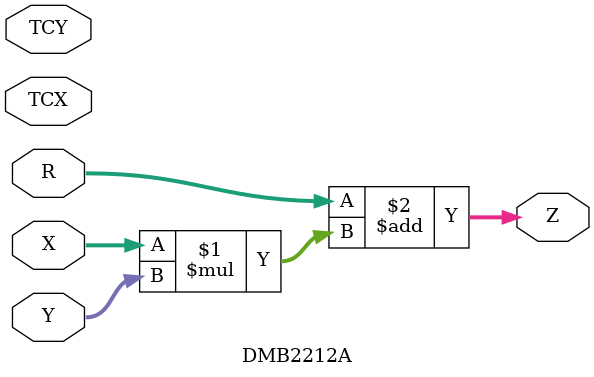
<source format=sv>

module DMB2212A
(
    input   [15:0]  X,
    input   [15:0]  Y,
    input   [35:0]  R,
    input           TCX,
    input           TCY,
    output  [36:0]  Z
);

assign Z = R+(X*Y);

endmodule
</source>
